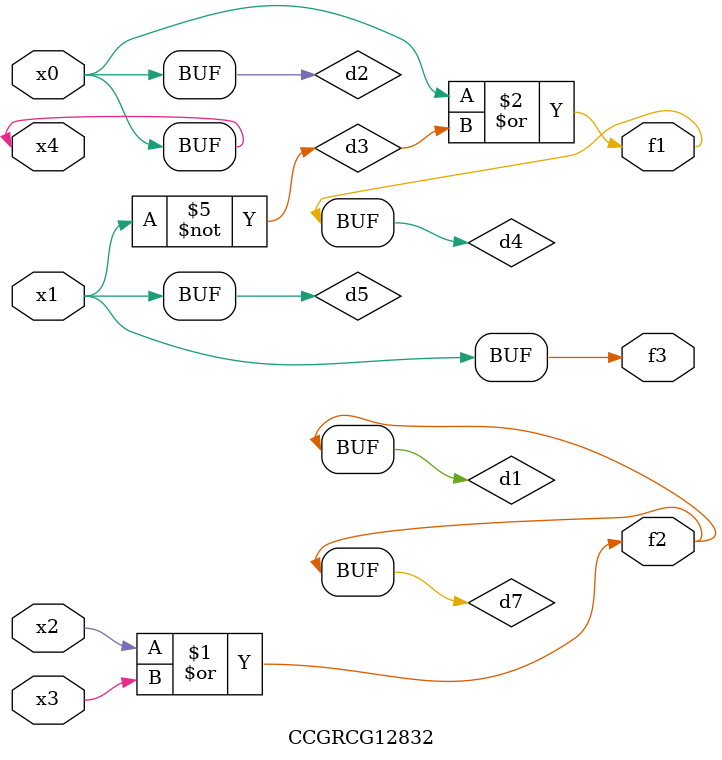
<source format=v>
module CCGRCG12832(
	input x0, x1, x2, x3, x4,
	output f1, f2, f3
);

	wire d1, d2, d3, d4, d5, d6, d7;

	or (d1, x2, x3);
	buf (d2, x0, x4);
	not (d3, x1);
	or (d4, d2, d3);
	not (d5, d3);
	nand (d6, d1, d3);
	or (d7, d1);
	assign f1 = d4;
	assign f2 = d7;
	assign f3 = d5;
endmodule

</source>
